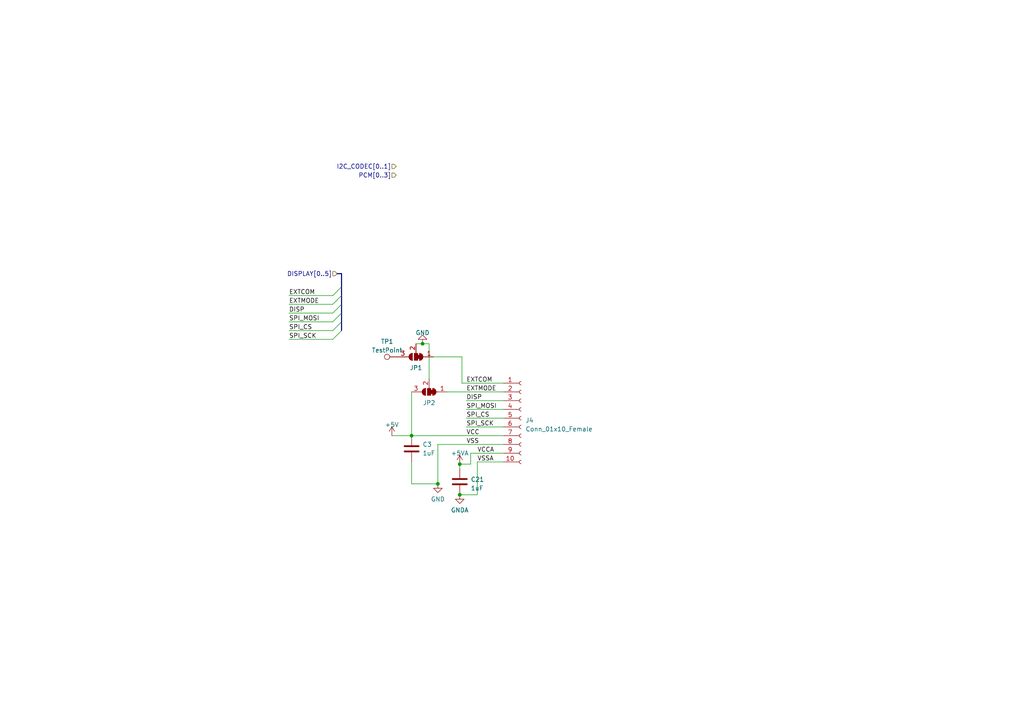
<source format=kicad_sch>
(kicad_sch (version 20230121) (generator eeschema)

  (uuid 520c5963-dec1-4ac4-8d82-c7db0ddc57fb)

  (paper "A4")

  (lib_symbols
    (symbol "Connector:Conn_01x10_Socket" (pin_names (offset 1.016) hide) (in_bom yes) (on_board yes)
      (property "Reference" "J" (at 0 12.7 0)
        (effects (font (size 1.27 1.27)))
      )
      (property "Value" "Conn_01x10_Socket" (at 0 -15.24 0)
        (effects (font (size 1.27 1.27)))
      )
      (property "Footprint" "" (at 0 0 0)
        (effects (font (size 1.27 1.27)) hide)
      )
      (property "Datasheet" "~" (at 0 0 0)
        (effects (font (size 1.27 1.27)) hide)
      )
      (property "ki_locked" "" (at 0 0 0)
        (effects (font (size 1.27 1.27)))
      )
      (property "ki_keywords" "connector" (at 0 0 0)
        (effects (font (size 1.27 1.27)) hide)
      )
      (property "ki_description" "Generic connector, single row, 01x10, script generated" (at 0 0 0)
        (effects (font (size 1.27 1.27)) hide)
      )
      (property "ki_fp_filters" "Connector*:*_1x??_*" (at 0 0 0)
        (effects (font (size 1.27 1.27)) hide)
      )
      (symbol "Conn_01x10_Socket_1_1"
        (arc (start 0 -12.192) (mid -0.5058 -12.7) (end 0 -13.208)
          (stroke (width 0.1524) (type default))
          (fill (type none))
        )
        (arc (start 0 -9.652) (mid -0.5058 -10.16) (end 0 -10.668)
          (stroke (width 0.1524) (type default))
          (fill (type none))
        )
        (arc (start 0 -7.112) (mid -0.5058 -7.62) (end 0 -8.128)
          (stroke (width 0.1524) (type default))
          (fill (type none))
        )
        (arc (start 0 -4.572) (mid -0.5058 -5.08) (end 0 -5.588)
          (stroke (width 0.1524) (type default))
          (fill (type none))
        )
        (arc (start 0 -2.032) (mid -0.5058 -2.54) (end 0 -3.048)
          (stroke (width 0.1524) (type default))
          (fill (type none))
        )
        (polyline
          (pts
            (xy -1.27 -12.7)
            (xy -0.508 -12.7)
          )
          (stroke (width 0.1524) (type default))
          (fill (type none))
        )
        (polyline
          (pts
            (xy -1.27 -10.16)
            (xy -0.508 -10.16)
          )
          (stroke (width 0.1524) (type default))
          (fill (type none))
        )
        (polyline
          (pts
            (xy -1.27 -7.62)
            (xy -0.508 -7.62)
          )
          (stroke (width 0.1524) (type default))
          (fill (type none))
        )
        (polyline
          (pts
            (xy -1.27 -5.08)
            (xy -0.508 -5.08)
          )
          (stroke (width 0.1524) (type default))
          (fill (type none))
        )
        (polyline
          (pts
            (xy -1.27 -2.54)
            (xy -0.508 -2.54)
          )
          (stroke (width 0.1524) (type default))
          (fill (type none))
        )
        (polyline
          (pts
            (xy -1.27 0)
            (xy -0.508 0)
          )
          (stroke (width 0.1524) (type default))
          (fill (type none))
        )
        (polyline
          (pts
            (xy -1.27 2.54)
            (xy -0.508 2.54)
          )
          (stroke (width 0.1524) (type default))
          (fill (type none))
        )
        (polyline
          (pts
            (xy -1.27 5.08)
            (xy -0.508 5.08)
          )
          (stroke (width 0.1524) (type default))
          (fill (type none))
        )
        (polyline
          (pts
            (xy -1.27 7.62)
            (xy -0.508 7.62)
          )
          (stroke (width 0.1524) (type default))
          (fill (type none))
        )
        (polyline
          (pts
            (xy -1.27 10.16)
            (xy -0.508 10.16)
          )
          (stroke (width 0.1524) (type default))
          (fill (type none))
        )
        (arc (start 0 0.508) (mid -0.5058 0) (end 0 -0.508)
          (stroke (width 0.1524) (type default))
          (fill (type none))
        )
        (arc (start 0 3.048) (mid -0.5058 2.54) (end 0 2.032)
          (stroke (width 0.1524) (type default))
          (fill (type none))
        )
        (arc (start 0 5.588) (mid -0.5058 5.08) (end 0 4.572)
          (stroke (width 0.1524) (type default))
          (fill (type none))
        )
        (arc (start 0 8.128) (mid -0.5058 7.62) (end 0 7.112)
          (stroke (width 0.1524) (type default))
          (fill (type none))
        )
        (arc (start 0 10.668) (mid -0.5058 10.16) (end 0 9.652)
          (stroke (width 0.1524) (type default))
          (fill (type none))
        )
        (pin passive line (at -5.08 10.16 0) (length 3.81)
          (name "Pin_1" (effects (font (size 1.27 1.27))))
          (number "1" (effects (font (size 1.27 1.27))))
        )
        (pin passive line (at -5.08 -12.7 0) (length 3.81)
          (name "Pin_10" (effects (font (size 1.27 1.27))))
          (number "10" (effects (font (size 1.27 1.27))))
        )
        (pin passive line (at -5.08 7.62 0) (length 3.81)
          (name "Pin_2" (effects (font (size 1.27 1.27))))
          (number "2" (effects (font (size 1.27 1.27))))
        )
        (pin passive line (at -5.08 5.08 0) (length 3.81)
          (name "Pin_3" (effects (font (size 1.27 1.27))))
          (number "3" (effects (font (size 1.27 1.27))))
        )
        (pin passive line (at -5.08 2.54 0) (length 3.81)
          (name "Pin_4" (effects (font (size 1.27 1.27))))
          (number "4" (effects (font (size 1.27 1.27))))
        )
        (pin passive line (at -5.08 0 0) (length 3.81)
          (name "Pin_5" (effects (font (size 1.27 1.27))))
          (number "5" (effects (font (size 1.27 1.27))))
        )
        (pin passive line (at -5.08 -2.54 0) (length 3.81)
          (name "Pin_6" (effects (font (size 1.27 1.27))))
          (number "6" (effects (font (size 1.27 1.27))))
        )
        (pin passive line (at -5.08 -5.08 0) (length 3.81)
          (name "Pin_7" (effects (font (size 1.27 1.27))))
          (number "7" (effects (font (size 1.27 1.27))))
        )
        (pin passive line (at -5.08 -7.62 0) (length 3.81)
          (name "Pin_8" (effects (font (size 1.27 1.27))))
          (number "8" (effects (font (size 1.27 1.27))))
        )
        (pin passive line (at -5.08 -10.16 0) (length 3.81)
          (name "Pin_9" (effects (font (size 1.27 1.27))))
          (number "9" (effects (font (size 1.27 1.27))))
        )
      )
    )
    (symbol "Connector:TestPoint" (pin_numbers hide) (pin_names (offset 0.762) hide) (in_bom yes) (on_board yes)
      (property "Reference" "TP" (at 0 6.858 0)
        (effects (font (size 1.27 1.27)))
      )
      (property "Value" "TestPoint" (at 0 5.08 0)
        (effects (font (size 1.27 1.27)))
      )
      (property "Footprint" "" (at 5.08 0 0)
        (effects (font (size 1.27 1.27)) hide)
      )
      (property "Datasheet" "~" (at 5.08 0 0)
        (effects (font (size 1.27 1.27)) hide)
      )
      (property "ki_keywords" "test point tp" (at 0 0 0)
        (effects (font (size 1.27 1.27)) hide)
      )
      (property "ki_description" "test point" (at 0 0 0)
        (effects (font (size 1.27 1.27)) hide)
      )
      (property "ki_fp_filters" "Pin* Test*" (at 0 0 0)
        (effects (font (size 1.27 1.27)) hide)
      )
      (symbol "TestPoint_0_1"
        (circle (center 0 3.302) (radius 0.762)
          (stroke (width 0) (type default))
          (fill (type none))
        )
      )
      (symbol "TestPoint_1_1"
        (pin passive line (at 0 0 90) (length 2.54)
          (name "1" (effects (font (size 1.27 1.27))))
          (number "1" (effects (font (size 1.27 1.27))))
        )
      )
    )
    (symbol "Device:C" (pin_numbers hide) (pin_names (offset 0.254)) (in_bom yes) (on_board yes)
      (property "Reference" "C" (at 0.635 2.54 0)
        (effects (font (size 1.27 1.27)) (justify left))
      )
      (property "Value" "C" (at 0.635 -2.54 0)
        (effects (font (size 1.27 1.27)) (justify left))
      )
      (property "Footprint" "" (at 0.9652 -3.81 0)
        (effects (font (size 1.27 1.27)) hide)
      )
      (property "Datasheet" "~" (at 0 0 0)
        (effects (font (size 1.27 1.27)) hide)
      )
      (property "ki_keywords" "cap capacitor" (at 0 0 0)
        (effects (font (size 1.27 1.27)) hide)
      )
      (property "ki_description" "Unpolarized capacitor" (at 0 0 0)
        (effects (font (size 1.27 1.27)) hide)
      )
      (property "ki_fp_filters" "C_*" (at 0 0 0)
        (effects (font (size 1.27 1.27)) hide)
      )
      (symbol "C_0_1"
        (polyline
          (pts
            (xy -2.032 -0.762)
            (xy 2.032 -0.762)
          )
          (stroke (width 0.508) (type default))
          (fill (type none))
        )
        (polyline
          (pts
            (xy -2.032 0.762)
            (xy 2.032 0.762)
          )
          (stroke (width 0.508) (type default))
          (fill (type none))
        )
      )
      (symbol "C_1_1"
        (pin passive line (at 0 3.81 270) (length 2.794)
          (name "~" (effects (font (size 1.27 1.27))))
          (number "1" (effects (font (size 1.27 1.27))))
        )
        (pin passive line (at 0 -3.81 90) (length 2.794)
          (name "~" (effects (font (size 1.27 1.27))))
          (number "2" (effects (font (size 1.27 1.27))))
        )
      )
    )
    (symbol "Jumper:SolderJumper_3_Bridged12" (pin_names (offset 0) hide) (in_bom yes) (on_board yes)
      (property "Reference" "JP" (at -2.54 -2.54 0)
        (effects (font (size 1.27 1.27)))
      )
      (property "Value" "SolderJumper_3_Bridged12" (at 0 2.794 0)
        (effects (font (size 1.27 1.27)))
      )
      (property "Footprint" "" (at 0 0 0)
        (effects (font (size 1.27 1.27)) hide)
      )
      (property "Datasheet" "~" (at 0 0 0)
        (effects (font (size 1.27 1.27)) hide)
      )
      (property "ki_keywords" "Solder Jumper SPDT" (at 0 0 0)
        (effects (font (size 1.27 1.27)) hide)
      )
      (property "ki_description" "3-pole Solder Jumper, pins 1+2 closed/bridged" (at 0 0 0)
        (effects (font (size 1.27 1.27)) hide)
      )
      (property "ki_fp_filters" "SolderJumper*Bridged12*" (at 0 0 0)
        (effects (font (size 1.27 1.27)) hide)
      )
      (symbol "SolderJumper_3_Bridged12_0_1"
        (rectangle (start -1.016 0.508) (end -0.508 -0.508)
          (stroke (width 0) (type default))
          (fill (type outline))
        )
        (arc (start -1.016 1.016) (mid -2.0276 0) (end -1.016 -1.016)
          (stroke (width 0) (type default))
          (fill (type none))
        )
        (arc (start -1.016 1.016) (mid -2.0276 0) (end -1.016 -1.016)
          (stroke (width 0) (type default))
          (fill (type outline))
        )
        (rectangle (start -0.508 1.016) (end 0.508 -1.016)
          (stroke (width 0) (type default))
          (fill (type outline))
        )
        (polyline
          (pts
            (xy -2.54 0)
            (xy -2.032 0)
          )
          (stroke (width 0) (type default))
          (fill (type none))
        )
        (polyline
          (pts
            (xy -1.016 1.016)
            (xy -1.016 -1.016)
          )
          (stroke (width 0) (type default))
          (fill (type none))
        )
        (polyline
          (pts
            (xy 0 -1.27)
            (xy 0 -1.016)
          )
          (stroke (width 0) (type default))
          (fill (type none))
        )
        (polyline
          (pts
            (xy 1.016 1.016)
            (xy 1.016 -1.016)
          )
          (stroke (width 0) (type default))
          (fill (type none))
        )
        (polyline
          (pts
            (xy 2.54 0)
            (xy 2.032 0)
          )
          (stroke (width 0) (type default))
          (fill (type none))
        )
        (arc (start 1.016 -1.016) (mid 2.0276 0) (end 1.016 1.016)
          (stroke (width 0) (type default))
          (fill (type none))
        )
        (arc (start 1.016 -1.016) (mid 2.0276 0) (end 1.016 1.016)
          (stroke (width 0) (type default))
          (fill (type outline))
        )
      )
      (symbol "SolderJumper_3_Bridged12_1_1"
        (pin passive line (at -5.08 0 0) (length 2.54)
          (name "A" (effects (font (size 1.27 1.27))))
          (number "1" (effects (font (size 1.27 1.27))))
        )
        (pin passive line (at 0 -3.81 90) (length 2.54)
          (name "C" (effects (font (size 1.27 1.27))))
          (number "2" (effects (font (size 1.27 1.27))))
        )
        (pin passive line (at 5.08 0 180) (length 2.54)
          (name "B" (effects (font (size 1.27 1.27))))
          (number "3" (effects (font (size 1.27 1.27))))
        )
      )
    )
    (symbol "power:+5V" (power) (pin_names (offset 0)) (in_bom yes) (on_board yes)
      (property "Reference" "#PWR" (at 0 -3.81 0)
        (effects (font (size 1.27 1.27)) hide)
      )
      (property "Value" "+5V" (at 0 3.556 0)
        (effects (font (size 1.27 1.27)))
      )
      (property "Footprint" "" (at 0 0 0)
        (effects (font (size 1.27 1.27)) hide)
      )
      (property "Datasheet" "" (at 0 0 0)
        (effects (font (size 1.27 1.27)) hide)
      )
      (property "ki_keywords" "global power" (at 0 0 0)
        (effects (font (size 1.27 1.27)) hide)
      )
      (property "ki_description" "Power symbol creates a global label with name \"+5V\"" (at 0 0 0)
        (effects (font (size 1.27 1.27)) hide)
      )
      (symbol "+5V_0_1"
        (polyline
          (pts
            (xy -0.762 1.27)
            (xy 0 2.54)
          )
          (stroke (width 0) (type default))
          (fill (type none))
        )
        (polyline
          (pts
            (xy 0 0)
            (xy 0 2.54)
          )
          (stroke (width 0) (type default))
          (fill (type none))
        )
        (polyline
          (pts
            (xy 0 2.54)
            (xy 0.762 1.27)
          )
          (stroke (width 0) (type default))
          (fill (type none))
        )
      )
      (symbol "+5V_1_1"
        (pin power_in line (at 0 0 90) (length 0) hide
          (name "+5V" (effects (font (size 1.27 1.27))))
          (number "1" (effects (font (size 1.27 1.27))))
        )
      )
    )
    (symbol "power:+5VA" (power) (pin_names (offset 0)) (in_bom yes) (on_board yes)
      (property "Reference" "#PWR" (at 0 -3.81 0)
        (effects (font (size 1.27 1.27)) hide)
      )
      (property "Value" "+5VA" (at 0 3.556 0)
        (effects (font (size 1.27 1.27)))
      )
      (property "Footprint" "" (at 0 0 0)
        (effects (font (size 1.27 1.27)) hide)
      )
      (property "Datasheet" "" (at 0 0 0)
        (effects (font (size 1.27 1.27)) hide)
      )
      (property "ki_keywords" "global power" (at 0 0 0)
        (effects (font (size 1.27 1.27)) hide)
      )
      (property "ki_description" "Power symbol creates a global label with name \"+5VA\"" (at 0 0 0)
        (effects (font (size 1.27 1.27)) hide)
      )
      (symbol "+5VA_0_1"
        (polyline
          (pts
            (xy -0.762 1.27)
            (xy 0 2.54)
          )
          (stroke (width 0) (type default))
          (fill (type none))
        )
        (polyline
          (pts
            (xy 0 0)
            (xy 0 2.54)
          )
          (stroke (width 0) (type default))
          (fill (type none))
        )
        (polyline
          (pts
            (xy 0 2.54)
            (xy 0.762 1.27)
          )
          (stroke (width 0) (type default))
          (fill (type none))
        )
      )
      (symbol "+5VA_1_1"
        (pin power_in line (at 0 0 90) (length 0) hide
          (name "+5VA" (effects (font (size 1.27 1.27))))
          (number "1" (effects (font (size 1.27 1.27))))
        )
      )
    )
    (symbol "power:GND" (power) (pin_names (offset 0)) (in_bom yes) (on_board yes)
      (property "Reference" "#PWR" (at 0 -6.35 0)
        (effects (font (size 1.27 1.27)) hide)
      )
      (property "Value" "GND" (at 0 -3.81 0)
        (effects (font (size 1.27 1.27)))
      )
      (property "Footprint" "" (at 0 0 0)
        (effects (font (size 1.27 1.27)) hide)
      )
      (property "Datasheet" "" (at 0 0 0)
        (effects (font (size 1.27 1.27)) hide)
      )
      (property "ki_keywords" "global power" (at 0 0 0)
        (effects (font (size 1.27 1.27)) hide)
      )
      (property "ki_description" "Power symbol creates a global label with name \"GND\" , ground" (at 0 0 0)
        (effects (font (size 1.27 1.27)) hide)
      )
      (symbol "GND_0_1"
        (polyline
          (pts
            (xy 0 0)
            (xy 0 -1.27)
            (xy 1.27 -1.27)
            (xy 0 -2.54)
            (xy -1.27 -1.27)
            (xy 0 -1.27)
          )
          (stroke (width 0) (type default))
          (fill (type none))
        )
      )
      (symbol "GND_1_1"
        (pin power_in line (at 0 0 270) (length 0) hide
          (name "GND" (effects (font (size 1.27 1.27))))
          (number "1" (effects (font (size 1.27 1.27))))
        )
      )
    )
    (symbol "power:GNDA" (power) (pin_names (offset 0)) (in_bom yes) (on_board yes)
      (property "Reference" "#PWR" (at 0 -6.35 0)
        (effects (font (size 1.27 1.27)) hide)
      )
      (property "Value" "GNDA" (at 0 -3.81 0)
        (effects (font (size 1.27 1.27)))
      )
      (property "Footprint" "" (at 0 0 0)
        (effects (font (size 1.27 1.27)) hide)
      )
      (property "Datasheet" "" (at 0 0 0)
        (effects (font (size 1.27 1.27)) hide)
      )
      (property "ki_keywords" "global power" (at 0 0 0)
        (effects (font (size 1.27 1.27)) hide)
      )
      (property "ki_description" "Power symbol creates a global label with name \"GNDA\" , analog ground" (at 0 0 0)
        (effects (font (size 1.27 1.27)) hide)
      )
      (symbol "GNDA_0_1"
        (polyline
          (pts
            (xy 0 0)
            (xy 0 -1.27)
            (xy 1.27 -1.27)
            (xy 0 -2.54)
            (xy -1.27 -1.27)
            (xy 0 -1.27)
          )
          (stroke (width 0) (type default))
          (fill (type none))
        )
      )
      (symbol "GNDA_1_1"
        (pin power_in line (at 0 0 270) (length 0) hide
          (name "GNDA" (effects (font (size 1.27 1.27))))
          (number "1" (effects (font (size 1.27 1.27))))
        )
      )
    )
  )

  (junction (at 133.35 134.62) (diameter 0) (color 0 0 0 0)
    (uuid 14062cf9-eb39-4ba2-b61a-cc4e56edf065)
  )
  (junction (at 133.35 143.51) (diameter 0) (color 0 0 0 0)
    (uuid 3450a2c1-a3bf-49e9-9b49-3f1ec03246a1)
  )
  (junction (at 119.38 126.365) (diameter 0) (color 0 0 0 0)
    (uuid c65f2ea3-6f5c-4c71-bfd3-ccbfeaa92474)
  )
  (junction (at 127 140.335) (diameter 0) (color 0 0 0 0)
    (uuid c6cb8804-05ec-4a7a-96de-71ed785dcc9e)
  )
  (junction (at 122.555 99.695) (diameter 0) (color 0 0 0 0)
    (uuid d9569b34-4558-41d6-b60c-8fee7163a4d9)
  )

  (bus_entry (at 99.06 90.805) (size -2.54 2.54)
    (stroke (width 0) (type default))
    (uuid 22b2151b-0b92-4cd8-a22d-353035b1ee2a)
  )
  (bus_entry (at 99.06 85.725) (size -2.54 2.54)
    (stroke (width 0) (type default))
    (uuid 2ad43544-3c54-4be1-a12f-26cec1f9588c)
  )
  (bus_entry (at 99.06 83.185) (size -2.54 2.54)
    (stroke (width 0) (type default))
    (uuid 2b465d59-6f41-468f-b8d1-bc4759f1b0c6)
  )
  (bus_entry (at 99.06 95.885) (size -2.54 2.54)
    (stroke (width 0) (type default))
    (uuid 3e06e8f5-773a-4ef1-a99b-7339a226aff7)
  )
  (bus_entry (at 99.06 93.345) (size -2.54 2.54)
    (stroke (width 0) (type default))
    (uuid 892c7a22-626c-4c1c-80a4-bae7fe28759e)
  )
  (bus_entry (at 99.06 88.265) (size -2.54 2.54)
    (stroke (width 0) (type default))
    (uuid b0516cc6-b432-4ef4-85bd-0731fa215449)
  )

  (wire (pts (xy 136.525 131.445) (xy 146.05 131.445))
    (stroke (width 0) (type default))
    (uuid 00de9c6b-f384-498c-b7dc-38866d07892b)
  )
  (wire (pts (xy 83.82 85.725) (xy 96.52 85.725))
    (stroke (width 0) (type default))
    (uuid 07e09342-0311-47b1-bbe0-709cb94bab46)
  )
  (wire (pts (xy 119.38 133.985) (xy 119.38 140.335))
    (stroke (width 0) (type default))
    (uuid 0881a8f8-ad2d-4e27-9785-68f4a4638b8f)
  )
  (wire (pts (xy 119.38 113.665) (xy 119.38 126.365))
    (stroke (width 0) (type default))
    (uuid 09ca4ce1-cf68-4cb8-bec6-89c6df8cb3be)
  )
  (wire (pts (xy 133.985 111.125) (xy 133.985 103.505))
    (stroke (width 0) (type default))
    (uuid 0d163bb0-d924-4dbd-baf8-192e734dc428)
  )
  (wire (pts (xy 83.82 93.345) (xy 96.52 93.345))
    (stroke (width 0) (type default))
    (uuid 1da5a66e-af5b-4993-b0de-c10351625665)
  )
  (bus (pts (xy 99.06 85.725) (xy 99.06 88.265))
    (stroke (width 0) (type default))
    (uuid 22c944ce-07ac-4249-8c1d-b9737636aa93)
  )

  (wire (pts (xy 83.82 90.805) (xy 96.52 90.805))
    (stroke (width 0) (type default))
    (uuid 244583a1-a20c-4c0e-a5d7-c76eb6462b68)
  )
  (wire (pts (xy 129.54 113.665) (xy 146.05 113.665))
    (stroke (width 0) (type default))
    (uuid 26527e53-d577-49cf-9f09-308e90ea163a)
  )
  (wire (pts (xy 136.525 134.62) (xy 136.525 131.445))
    (stroke (width 0) (type default))
    (uuid 36dddb79-9024-4096-8471-e1a907f35ac7)
  )
  (bus (pts (xy 99.06 88.265) (xy 99.06 90.805))
    (stroke (width 0) (type default))
    (uuid 3ab4b22e-66b1-4f2a-91a2-f7c0a8d2bc1e)
  )

  (wire (pts (xy 133.35 143.51) (xy 138.43 143.51))
    (stroke (width 0) (type default))
    (uuid 3c05c4be-dfbe-4f77-8ac9-19bda523fcbb)
  )
  (wire (pts (xy 119.38 126.365) (xy 146.05 126.365))
    (stroke (width 0) (type default))
    (uuid 45b80799-2d4a-4553-be2f-43b4b964cc22)
  )
  (wire (pts (xy 135.255 116.205) (xy 146.05 116.205))
    (stroke (width 0) (type default))
    (uuid 474a0a2f-25d9-4562-af37-e76daf07564d)
  )
  (wire (pts (xy 83.82 98.425) (xy 96.52 98.425))
    (stroke (width 0) (type default))
    (uuid 48a3e427-a504-4c8c-901d-baa99e1b5db8)
  )
  (wire (pts (xy 138.43 133.985) (xy 146.05 133.985))
    (stroke (width 0) (type default))
    (uuid 54798445-c11e-43b7-8974-1f938ae94e29)
  )
  (wire (pts (xy 83.82 88.265) (xy 96.52 88.265))
    (stroke (width 0) (type default))
    (uuid 54b8f7c6-4ea5-4cc3-b14c-52403ea0a7fa)
  )
  (wire (pts (xy 124.46 99.695) (xy 122.555 99.695))
    (stroke (width 0) (type default))
    (uuid 5d0333a3-33fc-4a7f-b57c-f60eea48ca01)
  )
  (bus (pts (xy 99.06 90.805) (xy 99.06 93.345))
    (stroke (width 0) (type default))
    (uuid 606d282c-49cf-4747-9923-19c0f20e8fc1)
  )

  (wire (pts (xy 135.255 121.285) (xy 146.05 121.285))
    (stroke (width 0) (type default))
    (uuid 678844a2-f11e-4970-bdbe-d2c0951d0dc7)
  )
  (wire (pts (xy 113.665 126.365) (xy 119.38 126.365))
    (stroke (width 0) (type default))
    (uuid 73045a66-a8c6-41fe-b3f8-5988bdab4bf4)
  )
  (wire (pts (xy 133.35 134.62) (xy 136.525 134.62))
    (stroke (width 0) (type default))
    (uuid 744bb93b-974c-47b9-9d94-e4de4ab504c5)
  )
  (wire (pts (xy 122.555 99.695) (xy 120.65 99.695))
    (stroke (width 0) (type default))
    (uuid 782be15d-d976-4157-a67f-39e964d78c44)
  )
  (wire (pts (xy 133.985 111.125) (xy 146.05 111.125))
    (stroke (width 0) (type default))
    (uuid 8a9bba4e-579c-40e9-9f44-0d31307bde6e)
  )
  (wire (pts (xy 133.985 103.505) (xy 125.73 103.505))
    (stroke (width 0) (type default))
    (uuid 97b2af1a-ef15-4174-8bc6-1d6bd349b783)
  )
  (bus (pts (xy 99.06 79.375) (xy 99.06 83.185))
    (stroke (width 0) (type default))
    (uuid 9ecb371c-9f53-4fbc-9fdc-8abdbbc22af5)
  )
  (bus (pts (xy 99.06 83.185) (xy 99.06 85.725))
    (stroke (width 0) (type default))
    (uuid a34c74f2-b861-4e4f-837b-0bd12fd586fd)
  )

  (wire (pts (xy 83.82 95.885) (xy 96.52 95.885))
    (stroke (width 0) (type default))
    (uuid aa530e87-70b2-4abc-aa9f-701f699a433b)
  )
  (wire (pts (xy 127 128.905) (xy 127 140.335))
    (stroke (width 0) (type default))
    (uuid b43e39fc-6571-4bb3-9449-bbb77aa00f9b)
  )
  (bus (pts (xy 99.06 93.345) (xy 99.06 95.885))
    (stroke (width 0) (type default))
    (uuid b76b0ffc-83c6-4a9a-bef8-23dfc8d24e7a)
  )

  (wire (pts (xy 124.46 109.855) (xy 124.46 99.695))
    (stroke (width 0) (type default))
    (uuid c09ff27b-1a86-4f12-ad96-b1d86ae98aed)
  )
  (wire (pts (xy 135.255 123.825) (xy 146.05 123.825))
    (stroke (width 0) (type default))
    (uuid cc94ddd9-b752-4a78-a397-d48dfaeac9dc)
  )
  (wire (pts (xy 133.35 135.89) (xy 133.35 134.62))
    (stroke (width 0) (type default))
    (uuid cce708d9-7b24-4b7f-b3c9-1f8c0b882757)
  )
  (wire (pts (xy 119.38 140.335) (xy 127 140.335))
    (stroke (width 0) (type default))
    (uuid e3853b56-ae4a-4a2f-88a2-2708e6b50f0c)
  )
  (bus (pts (xy 97.79 79.375) (xy 99.06 79.375))
    (stroke (width 0) (type default))
    (uuid e651b15d-aec0-4008-a2f5-5fbf4860bbc9)
  )

  (wire (pts (xy 135.255 118.745) (xy 146.05 118.745))
    (stroke (width 0) (type default))
    (uuid eca16a83-1896-4ca6-b12f-b18f3d5d63ad)
  )
  (wire (pts (xy 127 128.905) (xy 146.05 128.905))
    (stroke (width 0) (type default))
    (uuid ed52b9d7-0ba8-433c-be79-3d5b046fb850)
  )
  (wire (pts (xy 138.43 143.51) (xy 138.43 133.985))
    (stroke (width 0) (type default))
    (uuid f4e7ed2d-c524-484d-ab71-166211f26769)
  )

  (label "SPI_MOSI" (at 135.255 118.745 0) (fields_autoplaced)
    (effects (font (size 1.27 1.27)) (justify left bottom))
    (uuid 071546e6-8442-43d1-ae40-510add2a48ac)
  )
  (label "VSSA" (at 138.43 133.985 0) (fields_autoplaced)
    (effects (font (size 1.27 1.27)) (justify left bottom))
    (uuid 17b68b2f-57dd-4093-9ef1-8f16b5034bb8)
  )
  (label "SPI_SCK" (at 83.82 98.425 0) (fields_autoplaced)
    (effects (font (size 1.27 1.27)) (justify left bottom))
    (uuid 43d60fbc-2a44-4633-a1ef-1ed2bd037230)
  )
  (label "VSS" (at 135.255 128.905 0) (fields_autoplaced)
    (effects (font (size 1.27 1.27)) (justify left bottom))
    (uuid 4e91c308-5618-4d2c-8955-2565eff843de)
  )
  (label "VCC" (at 135.255 126.365 0) (fields_autoplaced)
    (effects (font (size 1.27 1.27)) (justify left bottom))
    (uuid 58c861a5-7d6c-46a9-adc8-a5d5b431fc75)
  )
  (label "DISP" (at 83.82 90.805 0) (fields_autoplaced)
    (effects (font (size 1.27 1.27)) (justify left bottom))
    (uuid 72acb016-512b-4ec5-80c8-a2e6c7ed1948)
  )
  (label "EXTCOM" (at 83.82 85.725 0) (fields_autoplaced)
    (effects (font (size 1.27 1.27)) (justify left bottom))
    (uuid 8e66b85a-8811-4339-9959-37effe132037)
  )
  (label "EXTMODE" (at 135.255 113.665 0) (fields_autoplaced)
    (effects (font (size 1.27 1.27)) (justify left bottom))
    (uuid a1062084-2c60-46a7-8f89-45dd0626534d)
  )
  (label "SPI_MOSI" (at 83.82 93.345 0) (fields_autoplaced)
    (effects (font (size 1.27 1.27)) (justify left bottom))
    (uuid ae11dbda-eb60-4518-adeb-a4f289c0fce5)
  )
  (label "SPI_SCK" (at 135.255 123.825 0) (fields_autoplaced)
    (effects (font (size 1.27 1.27)) (justify left bottom))
    (uuid bb03017d-1585-4ce3-b8f7-9817a8a88d1d)
  )
  (label "DISP" (at 135.255 116.205 0) (fields_autoplaced)
    (effects (font (size 1.27 1.27)) (justify left bottom))
    (uuid c04e0355-3981-4422-8a32-685e3c27e332)
  )
  (label "VCCA" (at 138.43 131.445 0) (fields_autoplaced)
    (effects (font (size 1.27 1.27)) (justify left bottom))
    (uuid e807a6d7-723c-41e8-8668-2fec7ba2145c)
  )
  (label "EXTCOM" (at 135.255 111.125 0) (fields_autoplaced)
    (effects (font (size 1.27 1.27)) (justify left bottom))
    (uuid e9fbe198-e0c8-43cd-b465-709f9c11819d)
  )
  (label "EXTMODE" (at 83.82 88.265 0) (fields_autoplaced)
    (effects (font (size 1.27 1.27)) (justify left bottom))
    (uuid ea21e4b2-9835-4783-a037-1f0e0811a651)
  )
  (label "SPI_CS" (at 135.255 121.285 0) (fields_autoplaced)
    (effects (font (size 1.27 1.27)) (justify left bottom))
    (uuid efd6b8e3-9e7b-4552-826d-e7c3fa22d1b0)
  )
  (label "SPI_CS" (at 83.82 95.885 0) (fields_autoplaced)
    (effects (font (size 1.27 1.27)) (justify left bottom))
    (uuid f645f997-b0e1-4e98-93a9-2427846afd51)
  )

  (hierarchical_label "I2C_CODEC[0..1]" (shape input) (at 114.935 48.26 180) (fields_autoplaced)
    (effects (font (size 1.27 1.27)) (justify right))
    (uuid 316f2120-11bb-4195-9d79-47fa4af0d40a)
  )
  (hierarchical_label "DISPLAY[0..5]" (shape input) (at 97.79 79.375 180) (fields_autoplaced)
    (effects (font (size 1.27 1.27)) (justify right))
    (uuid 36cf5328-48c4-4283-a2e3-bd04e12ba8a8)
  )
  (hierarchical_label "PCM[0..3]" (shape input) (at 114.935 50.8 180) (fields_autoplaced)
    (effects (font (size 1.27 1.27)) (justify right))
    (uuid 3ff8a734-5797-4a1e-a69d-a982061cce89)
  )

  (symbol (lib_id "Jumper:SolderJumper_3_Bridged12") (at 120.65 103.505 180) (unit 1)
    (in_bom yes) (on_board yes) (dnp no) (fields_autoplaced)
    (uuid 23887d2b-13f9-4bf6-ba63-3e77c48db577)
    (property "Reference" "JP1" (at 120.65 106.68 0)
      (effects (font (size 1.27 1.27)))
    )
    (property "Value" "SolderJumper_3_Bridged12" (at 120.65 109.22 0)
      (effects (font (size 1.27 1.27)) hide)
    )
    (property "Footprint" "" (at 120.65 103.505 0)
      (effects (font (size 1.27 1.27)) hide)
    )
    (property "Datasheet" "~" (at 120.65 103.505 0)
      (effects (font (size 1.27 1.27)) hide)
    )
    (pin "1" (uuid 4b71c435-bb32-4ef7-b095-f325586ae5a5))
    (pin "2" (uuid 8dd0b15a-0a62-4e9d-9789-a899abaf0677))
    (pin "3" (uuid 13360b41-9d51-4d1e-940e-f129997423dd))
    (instances
      (project "layout"
        (path "/194f3002-cdfe-4c02-828d-0f9a04309e79/a8547bf5-5bee-44ab-aea9-b928780ceb8d"
          (reference "JP1") (unit 1)
        )
      )
    )
  )

  (symbol (lib_id "Jumper:SolderJumper_3_Bridged12") (at 124.46 113.665 180) (unit 1)
    (in_bom yes) (on_board yes) (dnp no) (fields_autoplaced)
    (uuid 34334f3c-8e02-4992-9b72-5960c281938b)
    (property "Reference" "JP2" (at 124.46 116.84 0)
      (effects (font (size 1.27 1.27)))
    )
    (property "Value" "SolderJumper_3_Bridged12" (at 124.46 119.38 0)
      (effects (font (size 1.27 1.27)) hide)
    )
    (property "Footprint" "" (at 124.46 113.665 0)
      (effects (font (size 1.27 1.27)) hide)
    )
    (property "Datasheet" "~" (at 124.46 113.665 0)
      (effects (font (size 1.27 1.27)) hide)
    )
    (pin "1" (uuid 57f318c7-8a02-4607-bae2-3f934a31dc86))
    (pin "2" (uuid f2b91b37-9961-46c3-a054-a8ec5893c82c))
    (pin "3" (uuid 64c736aa-76fa-4742-8d64-a6614409cef4))
    (instances
      (project "layout"
        (path "/194f3002-cdfe-4c02-828d-0f9a04309e79/a8547bf5-5bee-44ab-aea9-b928780ceb8d"
          (reference "JP2") (unit 1)
        )
      )
    )
  )

  (symbol (lib_id "power:GND") (at 127 140.335 0) (unit 1)
    (in_bom yes) (on_board yes) (dnp no) (fields_autoplaced)
    (uuid 3ba3971a-1002-4cc6-81b8-c169916f331c)
    (property "Reference" "#PWR07" (at 127 146.685 0)
      (effects (font (size 1.27 1.27)) hide)
    )
    (property "Value" "GND" (at 127 144.78 0)
      (effects (font (size 1.27 1.27)))
    )
    (property "Footprint" "" (at 127 140.335 0)
      (effects (font (size 1.27 1.27)) hide)
    )
    (property "Datasheet" "" (at 127 140.335 0)
      (effects (font (size 1.27 1.27)) hide)
    )
    (pin "1" (uuid 6b088417-b439-4061-917f-6bb763217021))
    (instances
      (project "layout"
        (path "/194f3002-cdfe-4c02-828d-0f9a04309e79/a8547bf5-5bee-44ab-aea9-b928780ceb8d"
          (reference "#PWR07") (unit 1)
        )
      )
    )
  )

  (symbol (lib_id "Connector:TestPoint") (at 115.57 103.505 90) (unit 1)
    (in_bom yes) (on_board yes) (dnp no) (fields_autoplaced)
    (uuid 4b8f1e4c-85f6-4db4-b12f-466c8224271d)
    (property "Reference" "TP1" (at 112.268 99.06 90)
      (effects (font (size 1.27 1.27)))
    )
    (property "Value" "TestPoint" (at 112.268 101.6 90)
      (effects (font (size 1.27 1.27)))
    )
    (property "Footprint" "" (at 115.57 98.425 0)
      (effects (font (size 1.27 1.27)) hide)
    )
    (property "Datasheet" "~" (at 115.57 98.425 0)
      (effects (font (size 1.27 1.27)) hide)
    )
    (pin "1" (uuid 83dd39ad-cb5c-4021-87c5-4fdb84cf90df))
    (instances
      (project "layout"
        (path "/194f3002-cdfe-4c02-828d-0f9a04309e79/a8547bf5-5bee-44ab-aea9-b928780ceb8d"
          (reference "TP1") (unit 1)
        )
      )
    )
  )

  (symbol (lib_id "power:+5VA") (at 133.35 134.62 0) (unit 1)
    (in_bom yes) (on_board yes) (dnp no) (fields_autoplaced)
    (uuid 4f6d53af-c853-44a0-9e30-ea8644603fd4)
    (property "Reference" "#PWR027" (at 133.35 138.43 0)
      (effects (font (size 1.27 1.27)) hide)
    )
    (property "Value" "+5VA" (at 133.35 131.445 0)
      (effects (font (size 1.27 1.27)))
    )
    (property "Footprint" "" (at 133.35 134.62 0)
      (effects (font (size 1.27 1.27)) hide)
    )
    (property "Datasheet" "" (at 133.35 134.62 0)
      (effects (font (size 1.27 1.27)) hide)
    )
    (pin "1" (uuid 95f9c987-e1b9-4ff2-a52b-6e6d2760f202))
    (instances
      (project "layout"
        (path "/194f3002-cdfe-4c02-828d-0f9a04309e79/a8547bf5-5bee-44ab-aea9-b928780ceb8d"
          (reference "#PWR027") (unit 1)
        )
      )
    )
  )

  (symbol (lib_id "Device:C") (at 119.38 130.175 0) (unit 1)
    (in_bom yes) (on_board yes) (dnp no) (fields_autoplaced)
    (uuid 949d09bf-c8a0-44c3-82e3-fb1e1c1bb0f5)
    (property "Reference" "C3" (at 122.555 128.9049 0)
      (effects (font (size 1.27 1.27)) (justify left))
    )
    (property "Value" "1uF" (at 122.555 131.4449 0)
      (effects (font (size 1.27 1.27)) (justify left))
    )
    (property "Footprint" "Capacitor_SMD:C_0603_1608Metric_Pad1.08x0.95mm_HandSolder" (at 120.3452 133.985 0)
      (effects (font (size 1.27 1.27)) hide)
    )
    (property "Datasheet" "~" (at 119.38 130.175 0)
      (effects (font (size 1.27 1.27)) hide)
    )
    (pin "1" (uuid a6af669a-b7ab-45ab-a78b-7bc4ae7bd485))
    (pin "2" (uuid 1ecc609b-7613-423a-93e9-75632e0b616f))
    (instances
      (project "layout"
        (path "/194f3002-cdfe-4c02-828d-0f9a04309e79/a8547bf5-5bee-44ab-aea9-b928780ceb8d"
          (reference "C3") (unit 1)
        )
      )
    )
  )

  (symbol (lib_id "power:+5V") (at 113.665 126.365 0) (unit 1)
    (in_bom yes) (on_board yes) (dnp no) (fields_autoplaced)
    (uuid d5842f9c-bd7b-46e2-ab89-4ec753ba1dde)
    (property "Reference" "#PWR026" (at 113.665 130.175 0)
      (effects (font (size 1.27 1.27)) hide)
    )
    (property "Value" "+5V" (at 113.665 123.19 0)
      (effects (font (size 1.27 1.27)))
    )
    (property "Footprint" "" (at 113.665 126.365 0)
      (effects (font (size 1.27 1.27)) hide)
    )
    (property "Datasheet" "" (at 113.665 126.365 0)
      (effects (font (size 1.27 1.27)) hide)
    )
    (pin "1" (uuid bc3bad3b-ad6c-4028-a359-951352c8dea8))
    (instances
      (project "layout"
        (path "/194f3002-cdfe-4c02-828d-0f9a04309e79/a8547bf5-5bee-44ab-aea9-b928780ceb8d"
          (reference "#PWR026") (unit 1)
        )
      )
    )
  )

  (symbol (lib_id "Connector:Conn_01x10_Socket") (at 151.13 121.285 0) (unit 1)
    (in_bom yes) (on_board yes) (dnp no) (fields_autoplaced)
    (uuid da981bf1-4440-46f0-b643-e8cd9d222033)
    (property "Reference" "J4" (at 152.4 121.92 0)
      (effects (font (size 1.27 1.27)) (justify left))
    )
    (property "Value" "Conn_01x10_Female" (at 152.4 124.46 0)
      (effects (font (size 1.27 1.27)) (justify left))
    )
    (property "Footprint" "Connector_PinHeader_2.54mm:PinHeader_1x05_P2.54mm_Vertical" (at 151.13 121.285 0)
      (effects (font (size 1.27 1.27)) hide)
    )
    (property "Datasheet" "~" (at 151.13 121.285 0)
      (effects (font (size 1.27 1.27)) hide)
    )
    (pin "1" (uuid 40c9b3ab-38d6-45f8-9a8c-96eb0144d4cd))
    (pin "10" (uuid 7383f95e-32d3-44d4-999a-fe174c31fe9e))
    (pin "2" (uuid 3ec768d4-539e-49fd-be26-608ee0e01b9e))
    (pin "3" (uuid e3d0c0a4-bd85-4cec-a36d-015ad06878ea))
    (pin "4" (uuid ff3f737d-e25b-4aa0-a1eb-dba5e79b66b2))
    (pin "5" (uuid 88a8e18d-d34e-4a24-be69-1dbc0d0d7d1d))
    (pin "6" (uuid c6a07358-07d1-442e-a2f0-ba4587746cc9))
    (pin "7" (uuid 868854db-9eb4-430e-b16d-52e3cbbac344))
    (pin "8" (uuid c9537fac-15bb-415b-a7e3-9b05bd473a79))
    (pin "9" (uuid 47351eef-b84a-45e7-acf8-bd0bc7c52fed))
    (instances
      (project "layout"
        (path "/194f3002-cdfe-4c02-828d-0f9a04309e79/a8547bf5-5bee-44ab-aea9-b928780ceb8d"
          (reference "J4") (unit 1)
        )
      )
    )
  )

  (symbol (lib_id "power:GND") (at 122.555 99.695 180) (unit 1)
    (in_bom yes) (on_board yes) (dnp no) (fields_autoplaced)
    (uuid e85cbcae-4463-4c90-be29-68218e29d1a8)
    (property "Reference" "#PWR024" (at 122.555 93.345 0)
      (effects (font (size 1.27 1.27)) hide)
    )
    (property "Value" "GND" (at 122.555 96.52 0)
      (effects (font (size 1.27 1.27)))
    )
    (property "Footprint" "" (at 122.555 99.695 0)
      (effects (font (size 1.27 1.27)) hide)
    )
    (property "Datasheet" "" (at 122.555 99.695 0)
      (effects (font (size 1.27 1.27)) hide)
    )
    (pin "1" (uuid e45713d8-ceb3-4642-aa31-35c178b75f0d))
    (instances
      (project "layout"
        (path "/194f3002-cdfe-4c02-828d-0f9a04309e79/a8547bf5-5bee-44ab-aea9-b928780ceb8d"
          (reference "#PWR024") (unit 1)
        )
      )
    )
  )

  (symbol (lib_id "power:GNDA") (at 133.35 143.51 0) (unit 1)
    (in_bom yes) (on_board yes) (dnp no) (fields_autoplaced)
    (uuid f193f065-fe32-4cf9-a17d-dcac724c4ae4)
    (property "Reference" "#PWR025" (at 133.35 149.86 0)
      (effects (font (size 1.27 1.27)) hide)
    )
    (property "Value" "GNDA" (at 133.35 147.955 0)
      (effects (font (size 1.27 1.27)))
    )
    (property "Footprint" "" (at 133.35 143.51 0)
      (effects (font (size 1.27 1.27)) hide)
    )
    (property "Datasheet" "" (at 133.35 143.51 0)
      (effects (font (size 1.27 1.27)) hide)
    )
    (pin "1" (uuid 6cd33107-af86-4e41-8871-e40963cc0e06))
    (instances
      (project "layout"
        (path "/194f3002-cdfe-4c02-828d-0f9a04309e79/a8547bf5-5bee-44ab-aea9-b928780ceb8d"
          (reference "#PWR025") (unit 1)
        )
      )
    )
  )

  (symbol (lib_id "Device:C") (at 133.35 139.7 180) (unit 1)
    (in_bom yes) (on_board yes) (dnp no) (fields_autoplaced)
    (uuid f2b57470-3f1d-4e7d-864e-ed3e0d6cd0e8)
    (property "Reference" "C21" (at 136.525 139.065 0)
      (effects (font (size 1.27 1.27)) (justify right))
    )
    (property "Value" "1uF" (at 136.525 141.605 0)
      (effects (font (size 1.27 1.27)) (justify right))
    )
    (property "Footprint" "Capacitor_SMD:C_0603_1608Metric_Pad1.08x0.95mm_HandSolder" (at 132.3848 135.89 0)
      (effects (font (size 1.27 1.27)) hide)
    )
    (property "Datasheet" "~" (at 133.35 139.7 0)
      (effects (font (size 1.27 1.27)) hide)
    )
    (pin "1" (uuid cde6906e-4f14-4b45-9597-5479a94567a5))
    (pin "2" (uuid 04f64c3c-e98b-439c-8820-3fd1b188c701))
    (instances
      (project "layout"
        (path "/194f3002-cdfe-4c02-828d-0f9a04309e79/a8547bf5-5bee-44ab-aea9-b928780ceb8d"
          (reference "C21") (unit 1)
        )
      )
    )
  )
)

</source>
